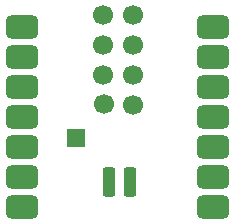
<source format=gbr>
%TF.GenerationSoftware,KiCad,Pcbnew,8.0.8*%
%TF.CreationDate,2025-03-02T22:10:18+01:00*%
%TF.ProjectId,RFM69HW Breakout,52464d36-3948-4572-9042-7265616b6f75,rev?*%
%TF.SameCoordinates,Original*%
%TF.FileFunction,Paste,Bot*%
%TF.FilePolarity,Positive*%
%FSLAX46Y46*%
G04 Gerber Fmt 4.6, Leading zero omitted, Abs format (unit mm)*
G04 Created by KiCad (PCBNEW 8.0.8) date 2025-03-02 22:10:18*
%MOMM*%
%LPD*%
G01*
G04 APERTURE LIST*
G04 Aperture macros list*
%AMRoundRect*
0 Rectangle with rounded corners*
0 $1 Rounding radius*
0 $2 $3 $4 $5 $6 $7 $8 $9 X,Y pos of 4 corners*
0 Add a 4 corners polygon primitive as box body*
4,1,4,$2,$3,$4,$5,$6,$7,$8,$9,$2,$3,0*
0 Add four circle primitives for the rounded corners*
1,1,$1+$1,$2,$3*
1,1,$1+$1,$4,$5*
1,1,$1+$1,$6,$7*
1,1,$1+$1,$8,$9*
0 Add four rect primitives between the rounded corners*
20,1,$1+$1,$2,$3,$4,$5,0*
20,1,$1+$1,$4,$5,$6,$7,0*
20,1,$1+$1,$6,$7,$8,$9,0*
20,1,$1+$1,$8,$9,$2,$3,0*%
G04 Aperture macros list end*
%ADD10RoundRect,0.500000X0.875000X0.500000X-0.875000X0.500000X-0.875000X-0.500000X0.875000X-0.500000X0*%
%ADD11RoundRect,0.275000X-0.275000X0.975000X-0.275000X-0.975000X0.275000X-0.975000X0.275000X0.975000X0*%
%ADD12C,1.700000*%
%ADD13R,1.524000X1.524000*%
G04 APERTURE END LIST*
D10*
%TO.C,U2*%
X166269600Y-86983500D03*
X166269600Y-89523500D03*
X166269600Y-92063500D03*
X166269600Y-94603500D03*
X166269600Y-97143500D03*
X166269600Y-99683500D03*
X166269600Y-102223500D03*
X150104600Y-102223500D03*
X150104600Y-99683500D03*
X150104600Y-97143500D03*
X150104600Y-94603500D03*
X150104600Y-92063500D03*
X150104600Y-89523500D03*
X150104600Y-86983500D03*
D11*
X159258000Y-100135200D03*
X157480000Y-100135200D03*
D12*
X159488000Y-85962000D03*
X156948000Y-85962000D03*
X159488000Y-88502000D03*
X156948000Y-88502000D03*
X159488000Y-91042000D03*
X156948000Y-91042000D03*
X159488000Y-93582000D03*
X157040600Y-93525200D03*
D13*
X154686000Y-96360000D03*
%TD*%
M02*

</source>
